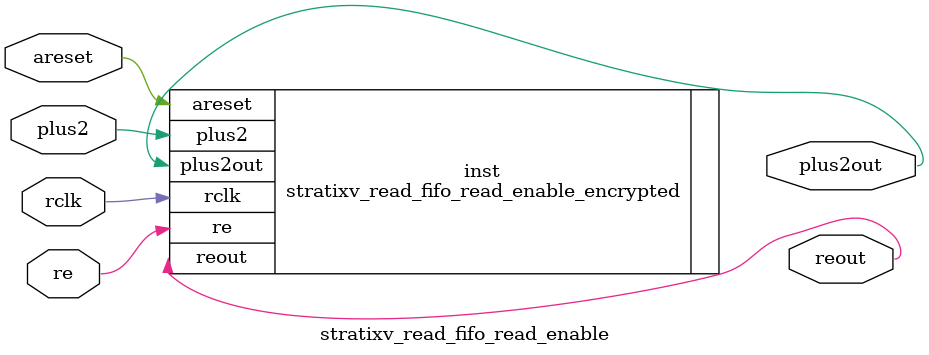
<source format=v>
module stratixv_read_fifo_read_enable (
                           re,
                           rclk,
                           plus2,
                           areset,
                           reout,
                           plus2out
                          );
    parameter use_stalled_read_enable = "false";
    input re;
    input rclk;
    input plus2;
    input areset;
    output reout;
    output plus2out;
    stratixv_read_fifo_read_enable_encrypted inst (
    	.re(re),
    	.rclk(rclk),
    	.plus2(plus2),
    	.areset(areset),
    	.reout(reout),
    	.plus2out(plus2out));
    defparam inst.use_stalled_read_enable = use_stalled_read_enable;
endmodule
</source>
